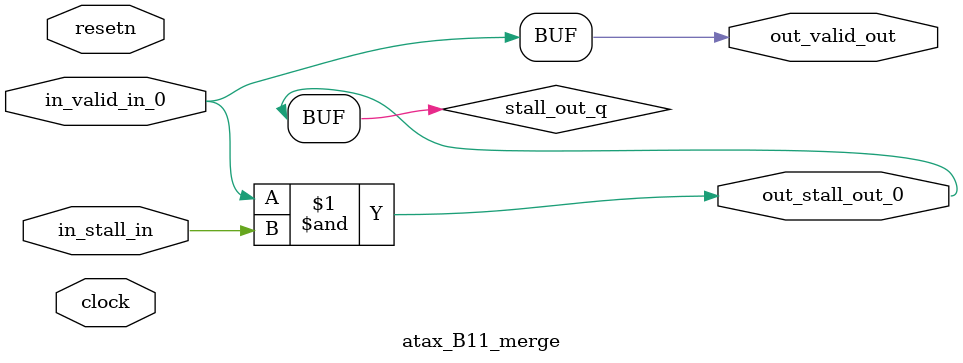
<source format=sv>



(* altera_attribute = "-name AUTO_SHIFT_REGISTER_RECOGNITION OFF; -name MESSAGE_DISABLE 10036; -name MESSAGE_DISABLE 10037; -name MESSAGE_DISABLE 14130; -name MESSAGE_DISABLE 14320; -name MESSAGE_DISABLE 15400; -name MESSAGE_DISABLE 14130; -name MESSAGE_DISABLE 10036; -name MESSAGE_DISABLE 12020; -name MESSAGE_DISABLE 12030; -name MESSAGE_DISABLE 12010; -name MESSAGE_DISABLE 12110; -name MESSAGE_DISABLE 14320; -name MESSAGE_DISABLE 13410; -name MESSAGE_DISABLE 113007; -name MESSAGE_DISABLE 10958" *)
module atax_B11_merge (
    input wire [0:0] in_stall_in,
    input wire [0:0] in_valid_in_0,
    output wire [0:0] out_stall_out_0,
    output wire [0:0] out_valid_out,
    input wire clock,
    input wire resetn
    );

    wire [0:0] stall_out_q;


    // stall_out(LOGICAL,6)
    assign stall_out_q = in_valid_in_0 & in_stall_in;

    // out_stall_out_0(GPOUT,4)
    assign out_stall_out_0 = stall_out_q;

    // out_valid_out(GPOUT,5)
    assign out_valid_out = in_valid_in_0;

endmodule

</source>
